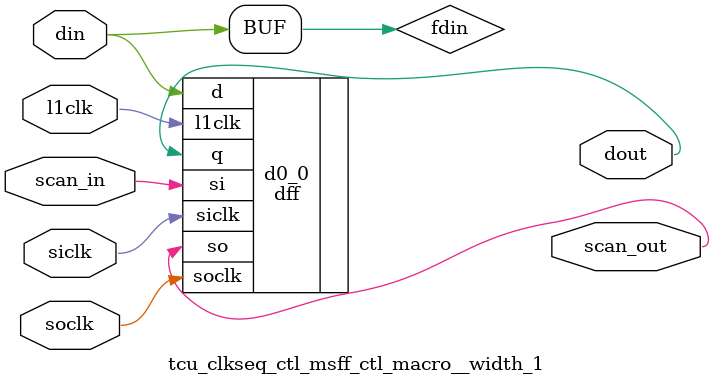
<source format=v>
module tcu_clkseq_ctl (
  tcu_int_se, 
  tcu_int_aclk, 
  tcu_int_bclk, 
  tcu_int_ce, 
  tcu_pce_ov, 
  l2clk, 
  clock_stop_active, 
  debug_reg_hard_stop_domain_1st, 
  hard_stop_via_reg_din, 
  test_mode_gated, 
  io_ac_test_mode, 
  stop_req, 
  cntstart_equal_max, 
  cntstop_equal_max, 
  cntstart, 
  cntstop, 
  scan_in, 
  scan_out, 
  spc0_clk_stop_loop, 
  spc1_clk_stop_loop, 
  spc2_clk_stop_loop, 
  spc3_clk_stop_loop, 
  spc4_clk_stop_loop, 
  spc5_clk_stop_loop, 
  spc6_clk_stop_loop, 
  spc7_clk_stop_loop, 
  bnk0_clk_stop_loop, 
  bnk1_clk_stop_loop, 
  bnk2_clk_stop_loop, 
  bnk3_clk_stop_loop, 
  bnk4_clk_stop_loop, 
  bnk5_clk_stop_loop, 
  bnk6_clk_stop_loop, 
  bnk7_clk_stop_loop, 
  mcu0_clk_stop_loop, 
  mcu1_clk_stop_loop, 
  mcu2_clk_stop_loop, 
  mcu3_clk_stop_loop, 
  soc0_clk_stop_loop, 
  soc1_clk_stop_loop, 
  soc2_clk_stop_loop, 
  soc3_clk_stop_loop, 
  clk_stop_loops_all_on, 
  clk_stop_loops_all_off);
wire l1en;
wire pce_ov;
wire stop;
wire se;
wire siclk;
wire soclk;
wire l1clk;
wire start_with_spc0;
wire start_with_spc1;
wire start_with_spc2;
wire start_with_spc3;
wire start_with_spc4;
wire start_with_spc5;
wire start_with_spc6;
wire start_with_spc7;
wire start_with_bnk0;
wire start_with_bnk1;
wire start_with_bnk2;
wire start_with_bnk3;
wire start_with_bnk4;
wire start_with_bnk5;
wire start_with_bnk6;
wire start_with_bnk7;
wire start_with_mcu0;
wire start_with_mcu1;
wire start_with_mcu2;
wire start_with_mcu3;
wire start_with_soc0;
wire start_with_soc1;
wire start_with_soc2;
wire start_with_soc3;
wire stop_spc0;
wire stop_spc1;
wire stop_spc2;
wire stop_spc3;
wire stop_spc4;
wire stop_spc5;
wire stop_spc6;
wire stop_spc7;
wire stop_bnk0;
wire stop_bnk1;
wire stop_bnk2;
wire stop_bnk3;
wire stop_bnk4;
wire stop_bnk5;
wire stop_bnk6;
wire stop_bnk7;
wire stop_mcu0;
wire stop_mcu1;
wire stop_mcu2;
wire stop_mcu3;
wire stop_soc0;
wire stop_soc1;
wire stop_soc2;
wire stop_soc3;
wire stop_spc0_trigger;
wire stopspc0_din;
wire stopspc0_dout;
wire clkseq_stopspc0_reg_scanin;
wire clkseq_stopspc0_reg_scanout;
wire stopspc0_din_l;
wire stopspc0_dout_l;
wire start_spc0_trigger;
wire startspc0_din;
wire startspc0_dout;
wire clkseq_startspc0_reg_scanin;
wire clkseq_startspc0_reg_scanout;
wire startspc0_din_l;
wire startspc0_dout_l;
wire stop_spc0_delayed;
wire stop_spc1_trigger;
wire stopspc1_din;
wire stopspc1_dout;
wire clkseq_stopspc1_reg_scanin;
wire clkseq_stopspc1_reg_scanout;
wire stopspc1_din_l;
wire stopspc1_dout_l;
wire start_spc1_trigger;
wire startspc1_din;
wire startspc1_dout;
wire clkseq_startspc1_reg_scanin;
wire clkseq_startspc1_reg_scanout;
wire startspc1_din_l;
wire startspc1_dout_l;
wire stop_spc1_delayed;
wire stop_spc2_trigger;
wire stopspc2_din;
wire stopspc2_dout;
wire clkseq_stopspc2_reg_scanin;
wire clkseq_stopspc2_reg_scanout;
wire stopspc2_din_l;
wire stopspc2_dout_l;
wire start_spc2_trigger;
wire startspc2_din;
wire startspc2_dout;
wire clkseq_startspc2_reg_scanin;
wire clkseq_startspc2_reg_scanout;
wire startspc2_din_l;
wire startspc2_dout_l;
wire stop_spc2_delayed;
wire stop_spc3_trigger;
wire stopspc3_din;
wire stopspc3_dout;
wire clkseq_stopspc3_reg_scanin;
wire clkseq_stopspc3_reg_scanout;
wire stopspc3_din_l;
wire stopspc3_dout_l;
wire start_spc3_trigger;
wire startspc3_din;
wire startspc3_dout;
wire clkseq_startspc3_reg_scanin;
wire clkseq_startspc3_reg_scanout;
wire startspc3_din_l;
wire startspc3_dout_l;
wire stop_spc3_delayed;
wire stop_spc4_trigger;
wire stopspc4_din;
wire stopspc4_dout;
wire clkseq_stopspc4_reg_scanin;
wire clkseq_stopspc4_reg_scanout;
wire stopspc4_din_l;
wire stopspc4_dout_l;
wire start_spc4_trigger;
wire startspc4_din;
wire startspc4_dout;
wire clkseq_startspc4_reg_scanin;
wire clkseq_startspc4_reg_scanout;
wire startspc4_din_l;
wire startspc4_dout_l;
wire stop_spc4_delayed;
wire stop_spc5_trigger;
wire stopspc5_din;
wire stopspc5_dout;
wire clkseq_stopspc5_reg_scanin;
wire clkseq_stopspc5_reg_scanout;
wire stopspc5_din_l;
wire stopspc5_dout_l;
wire start_spc5_trigger;
wire startspc5_din;
wire startspc5_dout;
wire clkseq_startspc5_reg_scanin;
wire clkseq_startspc5_reg_scanout;
wire startspc5_din_l;
wire startspc5_dout_l;
wire stop_spc5_delayed;
wire stop_spc6_trigger;
wire stopspc6_din;
wire stopspc6_dout;
wire clkseq_stopspc6_reg_scanin;
wire clkseq_stopspc6_reg_scanout;
wire stopspc6_din_l;
wire stopspc6_dout_l;
wire start_spc6_trigger;
wire startspc6_din;
wire startspc6_dout;
wire clkseq_startspc6_reg_scanin;
wire clkseq_startspc6_reg_scanout;
wire startspc6_din_l;
wire startspc6_dout_l;
wire stop_spc6_delayed;
wire stop_spc7_trigger;
wire stopspc7_din;
wire stopspc7_dout;
wire clkseq_stopspc7_reg_scanin;
wire clkseq_stopspc7_reg_scanout;
wire stopspc7_din_l;
wire stopspc7_dout_l;
wire start_spc7_trigger;
wire startspc7_din;
wire startspc7_dout;
wire clkseq_startspc7_reg_scanin;
wire clkseq_startspc7_reg_scanout;
wire startspc7_din_l;
wire startspc7_dout_l;
wire stop_spc7_delayed;
wire stop_bnk0_trigger;
wire stopbnk0_din;
wire stopbnk0_dout;
wire clkseq_stopbnk0_reg_scanin;
wire clkseq_stopbnk0_reg_scanout;
wire stopbnk0_din_l;
wire stopbnk0_dout_l;
wire start_bnk0_trigger;
wire startbnk0_din;
wire startbnk0_dout;
wire clkseq_startbnk0_reg_scanin;
wire clkseq_startbnk0_reg_scanout;
wire startbnk0_din_l;
wire startbnk0_dout_l;
wire stop_bnk0_delayed;
wire stop_bnk1_trigger;
wire stopbnk1_din;
wire stopbnk1_dout;
wire clkseq_stopbnk1_reg_scanin;
wire clkseq_stopbnk1_reg_scanout;
wire stopbnk1_din_l;
wire stopbnk1_dout_l;
wire start_bnk1_trigger;
wire startbnk1_din;
wire startbnk1_dout;
wire clkseq_startbnk1_reg_scanin;
wire clkseq_startbnk1_reg_scanout;
wire startbnk1_din_l;
wire startbnk1_dout_l;
wire stop_bnk1_delayed;
wire stop_bnk2_trigger;
wire stopbnk2_din;
wire stopbnk2_dout;
wire clkseq_stopbnk2_reg_scanin;
wire clkseq_stopbnk2_reg_scanout;
wire stopbnk2_din_l;
wire stopbnk2_dout_l;
wire start_bnk2_trigger;
wire startbnk2_din;
wire startbnk2_dout;
wire clkseq_startbnk2_reg_scanin;
wire clkseq_startbnk2_reg_scanout;
wire startbnk2_din_l;
wire startbnk2_dout_l;
wire stop_bnk2_delayed;
wire stop_bnk3_trigger;
wire stopbnk3_din;
wire stopbnk3_dout;
wire clkseq_stopbnk3_reg_scanin;
wire clkseq_stopbnk3_reg_scanout;
wire stopbnk3_din_l;
wire stopbnk3_dout_l;
wire start_bnk3_trigger;
wire startbnk3_din;
wire startbnk3_dout;
wire clkseq_startbnk3_reg_scanin;
wire clkseq_startbnk3_reg_scanout;
wire startbnk3_din_l;
wire startbnk3_dout_l;
wire stop_bnk3_delayed;
wire stop_bnk4_trigger;
wire stopbnk4_din;
wire stopbnk4_dout;
wire clkseq_stopbnk4_reg_scanin;
wire clkseq_stopbnk4_reg_scanout;
wire stopbnk4_din_l;
wire stopbnk4_dout_l;
wire start_bnk4_trigger;
wire startbnk4_din;
wire startbnk4_dout;
wire clkseq_startbnk4_reg_scanin;
wire clkseq_startbnk4_reg_scanout;
wire startbnk4_din_l;
wire startbnk4_dout_l;
wire stop_bnk4_delayed;
wire stop_bnk5_trigger;
wire stopbnk5_din;
wire stopbnk5_dout;
wire clkseq_stopbnk5_reg_scanin;
wire clkseq_stopbnk5_reg_scanout;
wire stopbnk5_din_l;
wire stopbnk5_dout_l;
wire start_bnk5_trigger;
wire startbnk5_din;
wire startbnk5_dout;
wire clkseq_startbnk5_reg_scanin;
wire clkseq_startbnk5_reg_scanout;
wire startbnk5_din_l;
wire startbnk5_dout_l;
wire stop_bnk5_delayed;
wire stop_bnk6_trigger;
wire stopbnk6_din;
wire stopbnk6_dout;
wire clkseq_stopbnk6_reg_scanin;
wire clkseq_stopbnk6_reg_scanout;
wire stopbnk6_din_l;
wire stopbnk6_dout_l;
wire start_bnk6_trigger;
wire startbnk6_din;
wire startbnk6_dout;
wire clkseq_startbnk6_reg_scanin;
wire clkseq_startbnk6_reg_scanout;
wire startbnk6_din_l;
wire startbnk6_dout_l;
wire stop_bnk6_delayed;
wire stop_bnk7_trigger;
wire stopbnk7_din;
wire stopbnk7_dout;
wire clkseq_stopbnk7_reg_scanin;
wire clkseq_stopbnk7_reg_scanout;
wire stopbnk7_din_l;
wire stopbnk7_dout_l;
wire start_bnk7_trigger;
wire startbnk7_din;
wire startbnk7_dout;
wire clkseq_startbnk7_reg_scanin;
wire clkseq_startbnk7_reg_scanout;
wire startbnk7_din_l;
wire startbnk7_dout_l;
wire stop_bnk7_delayed;
wire stop_mcu0_trigger;
wire stopmcu0_din;
wire stopmcu0_dout;
wire clkseq_stopmcu0_reg_scanin;
wire clkseq_stopmcu0_reg_scanout;
wire stopmcu0_din_l;
wire stopmcu0_dout_l;
wire start_mcu0_trigger;
wire startmcu0_din;
wire startmcu0_dout;
wire clkseq_startmcu0_reg_scanin;
wire clkseq_startmcu0_reg_scanout;
wire startmcu0_din_l;
wire startmcu0_dout_l;
wire stop_mcu0_delayed;
wire stop_mcu1_trigger;
wire stopmcu1_din;
wire stopmcu1_dout;
wire clkseq_stopmcu1_reg_scanin;
wire clkseq_stopmcu1_reg_scanout;
wire stopmcu1_din_l;
wire stopmcu1_dout_l;
wire start_mcu1_trigger;
wire startmcu1_din;
wire startmcu1_dout;
wire clkseq_startmcu1_reg_scanin;
wire clkseq_startmcu1_reg_scanout;
wire startmcu1_din_l;
wire startmcu1_dout_l;
wire stop_mcu1_delayed;
wire stop_mcu2_trigger;
wire stopmcu2_din;
wire stopmcu2_dout;
wire clkseq_stopmcu2_reg_scanin;
wire clkseq_stopmcu2_reg_scanout;
wire stopmcu2_din_l;
wire stopmcu2_dout_l;
wire start_mcu2_trigger;
wire startmcu2_din;
wire startmcu2_dout;
wire clkseq_startmcu2_reg_scanin;
wire clkseq_startmcu2_reg_scanout;
wire startmcu2_din_l;
wire startmcu2_dout_l;
wire stop_mcu2_delayed;
wire stop_mcu3_trigger;
wire stopmcu3_din;
wire stopmcu3_dout;
wire clkseq_stopmcu3_reg_scanin;
wire clkseq_stopmcu3_reg_scanout;
wire stopmcu3_din_l;
wire stopmcu3_dout_l;
wire start_mcu3_trigger;
wire startmcu3_din;
wire startmcu3_dout;
wire clkseq_startmcu3_reg_scanin;
wire clkseq_startmcu3_reg_scanout;
wire startmcu3_din_l;
wire startmcu3_dout_l;
wire stop_mcu3_delayed;
wire stop_soc0_trigger;
wire stopsoc0_din;
wire stopsoc0_dout;
wire clkseq_stopsoc0_reg_scanin;
wire clkseq_stopsoc0_reg_scanout;
wire stopsoc0_din_l;
wire stopsoc0_dout_l;
wire start_soc0_trigger;
wire startsoc0_din;
wire startsoc0_dout;
wire clkseq_startsoc0_reg_scanin;
wire clkseq_startsoc0_reg_scanout;
wire startsoc0_din_l;
wire startsoc0_dout_l;
wire stop_soc0_delayed;
wire stop_soc1_trigger;
wire stopsoc1_din;
wire stopsoc1_dout;
wire clkseq_stopsoc1_reg_scanin;
wire clkseq_stopsoc1_reg_scanout;
wire stopsoc1_din_l;
wire stopsoc1_dout_l;
wire start_soc1_trigger;
wire startsoc1_din;
wire startsoc1_dout;
wire clkseq_startsoc1_reg_scanin;
wire clkseq_startsoc1_reg_scanout;
wire startsoc1_din_l;
wire startsoc1_dout_l;
wire stop_soc1_delayed;
wire stop_soc2_trigger;
wire stopsoc2_din;
wire stopsoc2_dout;
wire clkseq_stopsoc2_reg_scanin;
wire clkseq_stopsoc2_reg_scanout;
wire stopsoc2_din_l;
wire stopsoc2_dout_l;
wire start_soc2_trigger;
wire startsoc2_din;
wire startsoc2_dout;
wire clkseq_startsoc2_reg_scanin;
wire clkseq_startsoc2_reg_scanout;
wire startsoc2_din_l;
wire startsoc2_dout_l;
wire stop_soc2_delayed;
wire stop_soc3_trigger;
wire stopsoc3_din;
wire stopsoc3_dout;
wire clkseq_stopsoc3_reg_scanin;
wire clkseq_stopsoc3_reg_scanout;
wire stopsoc3_din_l;
wire stopsoc3_dout_l;
wire start_soc3_trigger;
wire startsoc3_din;
wire startsoc3_dout;
wire clkseq_startsoc3_reg_scanin;
wire clkseq_startsoc3_reg_scanout;
wire startsoc3_din_l;
wire startsoc3_dout_l;
wire stop_soc3_delayed;
wire io_test_mode;
wire spc0_clk_stop;
wire spc1_clk_stop;
wire spc2_clk_stop;
wire spc3_clk_stop;
wire spc4_clk_stop;
wire spc5_clk_stop;
wire spc6_clk_stop;
wire spc7_clk_stop;
wire bnk0_clk_stop;
wire bnk1_clk_stop;
wire bnk2_clk_stop;
wire bnk3_clk_stop;
wire bnk4_clk_stop;
wire bnk5_clk_stop;
wire bnk6_clk_stop;
wire bnk7_clk_stop;
wire mcu0_clk_stop;
wire mcu1_clk_stop;
wire mcu2_clk_stop;
wire mcu3_clk_stop;
wire soc0_clk_stop;
wire soc1_clk_stop;
wire soc2_clk_stop;
wire soc3_clk_stop;

    
   //inputs
   input         tcu_int_se;
   input         tcu_int_aclk;
   input 	 tcu_int_bclk;
   input         tcu_int_ce;
   input         tcu_pce_ov;
   input 	 l2clk;
   input 	 clock_stop_active;
   input [23:0]  debug_reg_hard_stop_domain_1st;
   input 	 hard_stop_via_reg_din; 	 
   input 	 test_mode_gated;
   input 	 io_ac_test_mode;
   input 	 stop_req;
   input 	 cntstart_equal_max;
   input 	 cntstop_equal_max;
   input 	 cntstart;
   input 	 cntstop;
   
   //scan
   input 	 scan_in;
   output 	 scan_out;

   //outputs
   output        spc0_clk_stop_loop;
   output        spc1_clk_stop_loop;
   output        spc2_clk_stop_loop;
   output        spc3_clk_stop_loop;
   output        spc4_clk_stop_loop;
   output        spc5_clk_stop_loop;
   output        spc6_clk_stop_loop;
   output        spc7_clk_stop_loop;
   output 	 bnk0_clk_stop_loop;
   output 	 bnk1_clk_stop_loop;
   output 	 bnk2_clk_stop_loop;
   output 	 bnk3_clk_stop_loop;
   output 	 bnk4_clk_stop_loop;
   output 	 bnk5_clk_stop_loop;
   output 	 bnk6_clk_stop_loop;
   output 	 bnk7_clk_stop_loop;
   output 	 mcu0_clk_stop_loop;
   output 	 mcu1_clk_stop_loop;
   output 	 mcu2_clk_stop_loop;
   output 	 mcu3_clk_stop_loop;
   output 	 soc0_clk_stop_loop;
   output 	 soc1_clk_stop_loop;
   output 	 soc2_clk_stop_loop;
   output 	 soc3_clk_stop_loop;
   
   output 	 clk_stop_loops_all_on ;
   output 	 clk_stop_loops_all_off;
   
   // Scan reassigns
   assign 	 l1en   = tcu_int_ce; //1'b1; 
   assign 	 pce_ov = tcu_pce_ov; //1'b1; 
   assign 	 stop   = 1'b0;
   assign 	 se     = tcu_int_se;
   assign 	 siclk  = tcu_int_aclk;
   assign 	 soclk  = tcu_int_bclk; 

   //create clock headers
   tcu_clkseq_ctl_l1clkhdr_ctl_macro clkseq_clkgen 
     (
      .l2clk  (l2clk   ),
      .l1clk  (l1clk   ),
  .l1en(l1en),
  .pce_ov(pce_ov),
  .stop(stop),
  .se(se)
      );
   

   //********************************************************************
   // Clock Stop Sequencer
   //********************************************************************

   // We want to be able to specify the starting point for stopping the clocks
   assign   start_with_spc0 = hard_stop_via_reg_din ? debug_reg_hard_stop_domain_1st[0]:1'b1;
   assign   start_with_spc1 = debug_reg_hard_stop_domain_1st[1];
   assign   start_with_spc2 = debug_reg_hard_stop_domain_1st[2];
   assign   start_with_spc3 = debug_reg_hard_stop_domain_1st[3];
   assign   start_with_spc4 = debug_reg_hard_stop_domain_1st[4];
   assign   start_with_spc5 = debug_reg_hard_stop_domain_1st[5];
   assign   start_with_spc6 = debug_reg_hard_stop_domain_1st[6];
   assign   start_with_spc7 = debug_reg_hard_stop_domain_1st[7];
   assign   start_with_bnk0 = debug_reg_hard_stop_domain_1st[8];
   assign   start_with_bnk1 = debug_reg_hard_stop_domain_1st[9];
   assign   start_with_bnk2 = debug_reg_hard_stop_domain_1st[10];
   assign   start_with_bnk3 = debug_reg_hard_stop_domain_1st[11];
   assign   start_with_bnk4 = debug_reg_hard_stop_domain_1st[12];
   assign   start_with_bnk5 = debug_reg_hard_stop_domain_1st[13];
   assign   start_with_bnk6 = debug_reg_hard_stop_domain_1st[14];
   assign   start_with_bnk7 = debug_reg_hard_stop_domain_1st[15];
   assign   start_with_mcu0 = debug_reg_hard_stop_domain_1st[16];
   assign   start_with_mcu1 = debug_reg_hard_stop_domain_1st[17];
   assign   start_with_mcu2 = debug_reg_hard_stop_domain_1st[18];
   assign   start_with_mcu3 = debug_reg_hard_stop_domain_1st[19];
   assign   start_with_soc0 = debug_reg_hard_stop_domain_1st[20];
   assign   start_with_soc1 = debug_reg_hard_stop_domain_1st[21];
   assign   start_with_soc2 = debug_reg_hard_stop_domain_1st[22];
   assign   start_with_soc3 = debug_reg_hard_stop_domain_1st[23];
   
   assign   stop_spc0 = start_with_spc0 ? stop_req : soc3_clk_stop_loop; 
   assign   stop_spc1 = start_with_spc1 ? stop_req : spc0_clk_stop_loop;
   assign   stop_spc2 = start_with_spc2 ? stop_req : spc1_clk_stop_loop;
   assign   stop_spc3 = start_with_spc3 ? stop_req : spc2_clk_stop_loop; 
   assign   stop_spc4 = start_with_spc4 ? stop_req : spc3_clk_stop_loop; 
   assign   stop_spc5 = start_with_spc5 ? stop_req : spc4_clk_stop_loop; 
   assign   stop_spc6 = start_with_spc6 ? stop_req : spc5_clk_stop_loop; 
   assign   stop_spc7 = start_with_spc7 ? stop_req : spc6_clk_stop_loop; 
   assign   stop_bnk0 = start_with_bnk0 ? stop_req : spc7_clk_stop_loop; 
   assign   stop_bnk1 = start_with_bnk1 ? stop_req : bnk0_clk_stop_loop; 
   assign   stop_bnk2 = start_with_bnk2 ? stop_req : bnk1_clk_stop_loop; 
   assign   stop_bnk3 = start_with_bnk3 ? stop_req : bnk2_clk_stop_loop; 
   assign   stop_bnk4 = start_with_bnk4 ? stop_req : bnk3_clk_stop_loop; 
   assign   stop_bnk5 = start_with_bnk5 ? stop_req : bnk4_clk_stop_loop; 
   assign   stop_bnk6 = start_with_bnk6 ? stop_req : bnk5_clk_stop_loop; 
   assign   stop_bnk7 = start_with_bnk7 ? stop_req : bnk6_clk_stop_loop; 
   assign   stop_mcu0 = start_with_mcu0 ? stop_req : bnk7_clk_stop_loop; 
   assign   stop_mcu1 = start_with_mcu1 ? stop_req : mcu0_clk_stop_loop; 
   assign   stop_mcu2 = start_with_mcu2 ? stop_req : mcu1_clk_stop_loop; 
   assign   stop_mcu3 = start_with_mcu3 ? stop_req : mcu2_clk_stop_loop; 
   assign   stop_soc0 = start_with_soc0 ? stop_req : mcu3_clk_stop_loop; 
   assign   stop_soc1 = start_with_soc1 ? stop_req : soc0_clk_stop_loop; 
   assign   stop_soc2 = start_with_soc2 ? stop_req : soc1_clk_stop_loop; 
   assign   stop_soc3 = start_with_soc3 ? stop_req : soc2_clk_stop_loop; 

   
   //********************************************************************
   // SPC0 - Turn CLOCK STOP ON
   assign   stop_spc0_trigger = stop_spc0 & cntstop_equal_max;
   assign   stopspc0_din      = stop_req & (stop_spc0_trigger | stopspc0_dout);
   tcu_clkseq_ctl_msff_ctl_macro__width_1 clkseq_stopspc0_reg 
   ( 
     .scan_in(clkseq_stopspc0_reg_scanin),
     .scan_out(clkseq_stopspc0_reg_scanout),
     .l1clk    (l1clk),
     .din      (stopspc0_din_l), 
     .dout     (stopspc0_dout_l),
  .siclk(siclk),
  .soclk(soclk)
    );
   // SPC0 - Turn CLOCK STOP OFF
   assign   start_spc0_trigger = ~stop_spc0 & cntstart_equal_max;
   assign   startspc0_din      = ~stop_req & (start_spc0_trigger | startspc0_dout);
   tcu_clkseq_ctl_msff_ctl_macro__width_1 clkseq_startspc0_reg 
   ( 
     .scan_in(clkseq_startspc0_reg_scanin),
     .scan_out(clkseq_startspc0_reg_scanout),
     .l1clk    (l1clk),
     .din      (startspc0_din_l),
     .dout     (startspc0_dout_l),
  .siclk(siclk),
  .soclk(soclk)
    );
   assign   stop_spc0_delayed = (cntstop & stopspc0_dout) | (cntstart & ~startspc0_dout);

   //********************************************************************
   // SPC1 - Turn CLOCK STOP ON
   assign   stop_spc1_trigger = stop_spc1 & cntstop_equal_max;
   assign   stopspc1_din      = stop_req & (stop_spc1_trigger | stopspc1_dout);
   tcu_clkseq_ctl_msff_ctl_macro__width_1 clkseq_stopspc1_reg 
   ( 
     .scan_in(clkseq_stopspc1_reg_scanin),
     .scan_out(clkseq_stopspc1_reg_scanout),
     .l1clk    (l1clk),
     .din      (stopspc1_din_l),
     .dout     (stopspc1_dout_l),
  .siclk(siclk),
  .soclk(soclk)
    );
   // SPC1 - Turn CLOCK STOP OFF
   assign   start_spc1_trigger = ~stop_spc1 & cntstart_equal_max;
   assign   startspc1_din      = ~stop_req & (start_spc1_trigger | startspc1_dout);
   tcu_clkseq_ctl_msff_ctl_macro__width_1 clkseq_startspc1_reg 
   ( 
     .scan_in(clkseq_startspc1_reg_scanin),
     .scan_out(clkseq_startspc1_reg_scanout),
     .l1clk    (l1clk),
     .din      (startspc1_din_l),
     .dout     (startspc1_dout_l),
  .siclk(siclk),
  .soclk(soclk)
    );
   assign   stop_spc1_delayed = (cntstop & stopspc1_dout) | (cntstart & ~startspc1_dout);

   //********************************************************************
   // SPC2 - Turn CLOCK STOP ON
   assign   stop_spc2_trigger = stop_spc2 & cntstop_equal_max;
   assign   stopspc2_din      = stop_req & (stop_spc2_trigger | stopspc2_dout);
   tcu_clkseq_ctl_msff_ctl_macro__width_1 clkseq_stopspc2_reg 
   ( 
     .scan_in(clkseq_stopspc2_reg_scanin),
     .scan_out(clkseq_stopspc2_reg_scanout),
     .l1clk    (l1clk),
     .din      (stopspc2_din_l),
     .dout     (stopspc2_dout_l),
  .siclk(siclk),
  .soclk(soclk)
    );
   // SPC2 - Turn CLOCK STOP OFF
   assign   start_spc2_trigger = ~stop_spc2 & cntstart_equal_max;
   assign   startspc2_din      = ~stop_req & (start_spc2_trigger | startspc2_dout);
   tcu_clkseq_ctl_msff_ctl_macro__width_1 clkseq_startspc2_reg 
   ( 
     .scan_in(clkseq_startspc2_reg_scanin),
     .scan_out(clkseq_startspc2_reg_scanout),
     .l1clk    (l1clk),
     .din      (startspc2_din_l),
     .dout     (startspc2_dout_l),
  .siclk(siclk),
  .soclk(soclk)
    );
   assign   stop_spc2_delayed = (cntstop & stopspc2_dout) | (cntstart & ~startspc2_dout);

   //********************************************************************
   // SPC3 - Turn CLOCK STOP ON
   assign   stop_spc3_trigger = stop_spc3 & cntstop_equal_max;
   assign   stopspc3_din      = stop_req & (stop_spc3_trigger | stopspc3_dout);
   tcu_clkseq_ctl_msff_ctl_macro__width_1 clkseq_stopspc3_reg 
   ( 
     .scan_in(clkseq_stopspc3_reg_scanin),
     .scan_out(clkseq_stopspc3_reg_scanout),
     .l1clk    (l1clk),
     .din      (stopspc3_din_l),
     .dout     (stopspc3_dout_l),
  .siclk(siclk),
  .soclk(soclk)
    );
   // SPC3 - Turn CLOCK STOP OFF
   assign   start_spc3_trigger = ~stop_spc3 & cntstart_equal_max;
   assign   startspc3_din      = ~stop_req & (start_spc3_trigger | startspc3_dout);
   tcu_clkseq_ctl_msff_ctl_macro__width_1 clkseq_startspc3_reg 
   ( 
     .scan_in(clkseq_startspc3_reg_scanin),
     .scan_out(clkseq_startspc3_reg_scanout),
     .l1clk    (l1clk),
     .din      (startspc3_din_l),
     .dout     (startspc3_dout_l),
  .siclk(siclk),
  .soclk(soclk)
    );
   assign   stop_spc3_delayed = (cntstop & stopspc3_dout) | (cntstart & ~startspc3_dout);

   //********************************************************************
   // SPC4 - Turn CLOCK STOP ON
   assign   stop_spc4_trigger = stop_spc4 & cntstop_equal_max;
   assign   stopspc4_din      = stop_req & (stop_spc4_trigger | stopspc4_dout);
   tcu_clkseq_ctl_msff_ctl_macro__width_1 clkseq_stopspc4_reg 
   ( 
     .scan_in(clkseq_stopspc4_reg_scanin),
     .scan_out(clkseq_stopspc4_reg_scanout),
     .l1clk    (l1clk),
     .din      (stopspc4_din_l),
     .dout     (stopspc4_dout_l),
  .siclk(siclk),
  .soclk(soclk)
    );
   // SPC4 - Turn CLOCK STOP OFF
   assign   start_spc4_trigger = ~stop_spc4 & cntstart_equal_max;
   assign   startspc4_din      = ~stop_req & (start_spc4_trigger | startspc4_dout);
   tcu_clkseq_ctl_msff_ctl_macro__width_1 clkseq_startspc4_reg 
   ( 
     .scan_in(clkseq_startspc4_reg_scanin),
     .scan_out(clkseq_startspc4_reg_scanout),
     .l1clk    (l1clk),
     .din      (startspc4_din_l),
     .dout     (startspc4_dout_l),
  .siclk(siclk),
  .soclk(soclk)
    );
   assign   stop_spc4_delayed = (cntstop & stopspc4_dout) | (cntstart & ~startspc4_dout);

   //********************************************************************
   // SPC5 - Turn CLOCK STOP ON
   assign   stop_spc5_trigger = stop_spc5 & cntstop_equal_max;
   assign   stopspc5_din      = stop_req & (stop_spc5_trigger | stopspc5_dout);
   tcu_clkseq_ctl_msff_ctl_macro__width_1 clkseq_stopspc5_reg 
   ( 
     .scan_in(clkseq_stopspc5_reg_scanin),
     .scan_out(clkseq_stopspc5_reg_scanout),
     .l1clk    (l1clk),
     .din      (stopspc5_din_l),
     .dout     (stopspc5_dout_l),
  .siclk(siclk),
  .soclk(soclk)
    );
   // SPC5 - Turn CLOCK STOP OFF
   assign   start_spc5_trigger = ~stop_spc5 & cntstart_equal_max;
   assign   startspc5_din      = ~stop_req & (start_spc5_trigger | startspc5_dout);
   tcu_clkseq_ctl_msff_ctl_macro__width_1 clkseq_startspc5_reg 
   ( 
     .scan_in(clkseq_startspc5_reg_scanin),
     .scan_out(clkseq_startspc5_reg_scanout),
     .l1clk    (l1clk),
     .din      (startspc5_din_l),
     .dout     (startspc5_dout_l),
  .siclk(siclk),
  .soclk(soclk)
    );
   assign   stop_spc5_delayed = (cntstop & stopspc5_dout) | (cntstart & ~startspc5_dout);

   //********************************************************************
   // SPC6 - Turn CLOCK STOP ON
   assign   stop_spc6_trigger = stop_spc6 & cntstop_equal_max;
   assign   stopspc6_din      = stop_req & (stop_spc6_trigger | stopspc6_dout);
   tcu_clkseq_ctl_msff_ctl_macro__width_1 clkseq_stopspc6_reg 
   ( 
     .scan_in(clkseq_stopspc6_reg_scanin),
     .scan_out(clkseq_stopspc6_reg_scanout),
     .l1clk    (l1clk),
     .din      (stopspc6_din_l),
     .dout     (stopspc6_dout_l),
  .siclk(siclk),
  .soclk(soclk)
    );
   // SPC6 - Turn CLOCK STOP OFF
   assign   start_spc6_trigger = ~stop_spc6 & cntstart_equal_max;
   assign   startspc6_din      = ~stop_req & (start_spc6_trigger | startspc6_dout);
   tcu_clkseq_ctl_msff_ctl_macro__width_1 clkseq_startspc6_reg 
   ( 
     .scan_in(clkseq_startspc6_reg_scanin),
     .scan_out(clkseq_startspc6_reg_scanout),
     .l1clk    (l1clk),
     .din      (startspc6_din_l),
     .dout     (startspc6_dout_l),
  .siclk(siclk),
  .soclk(soclk)
    );
   assign   stop_spc6_delayed = (cntstop & stopspc6_dout) | (cntstart & ~startspc6_dout);

   //********************************************************************
   // SPC7 - Turn CLOCK STOP ON
   assign   stop_spc7_trigger = stop_spc7 & cntstop_equal_max;
   assign   stopspc7_din      = stop_req & (stop_spc7_trigger | stopspc7_dout);
   tcu_clkseq_ctl_msff_ctl_macro__width_1 clkseq_stopspc7_reg 
   ( 
     .scan_in(clkseq_stopspc7_reg_scanin),
     .scan_out(clkseq_stopspc7_reg_scanout),
     .l1clk    (l1clk),
     .din      (stopspc7_din_l),
     .dout     (stopspc7_dout_l),
  .siclk(siclk),
  .soclk(soclk)
    );
   // SPC7 - Turn CLOCK STOP OFF
   assign   start_spc7_trigger = ~stop_spc7 & cntstart_equal_max;
   assign   startspc7_din      = ~stop_req & (start_spc7_trigger | startspc7_dout);
   tcu_clkseq_ctl_msff_ctl_macro__width_1 clkseq_startspc7_reg 
   ( 
     .scan_in(clkseq_startspc7_reg_scanin),
     .scan_out(clkseq_startspc7_reg_scanout),
     .l1clk    (l1clk),
     .din      (startspc7_din_l),
     .dout     (startspc7_dout_l),
  .siclk(siclk),
  .soclk(soclk)
    );
   assign   stop_spc7_delayed = (cntstop & stopspc7_dout) | (cntstart & ~startspc7_dout);

   //********************************************************************
   // BNK0 - Turn CLOCK STOP ON
   assign   stop_bnk0_trigger = stop_bnk0 & cntstop_equal_max;
   assign   stopbnk0_din      = stop_req & (stop_bnk0_trigger | stopbnk0_dout);
   tcu_clkseq_ctl_msff_ctl_macro__width_1 clkseq_stopbnk0_reg 
   ( 
     .scan_in(clkseq_stopbnk0_reg_scanin),
     .scan_out(clkseq_stopbnk0_reg_scanout),
     .l1clk    (l1clk),
     .din      (stopbnk0_din_l),
     .dout     (stopbnk0_dout_l),
  .siclk(siclk),
  .soclk(soclk)
    );
   // BNK0 - Turn CLOCK STOP OFF
   assign   start_bnk0_trigger = ~stop_bnk0 & cntstart_equal_max;
   assign   startbnk0_din      = ~stop_req & (start_bnk0_trigger | startbnk0_dout);
   tcu_clkseq_ctl_msff_ctl_macro__width_1 clkseq_startbnk0_reg 
   ( 
     .scan_in(clkseq_startbnk0_reg_scanin),
     .scan_out(clkseq_startbnk0_reg_scanout),
     .l1clk    (l1clk),
     .din      (startbnk0_din_l),
     .dout     (startbnk0_dout_l),
  .siclk(siclk),
  .soclk(soclk)
    );
   assign   stop_bnk0_delayed = (cntstop & stopbnk0_dout) | (cntstart & ~startbnk0_dout);

   //********************************************************************
   // BNK1 - Turn CLOCK STOP ON
   assign   stop_bnk1_trigger = stop_bnk1 & cntstop_equal_max;
   assign   stopbnk1_din      = stop_req & (stop_bnk1_trigger | stopbnk1_dout);
   tcu_clkseq_ctl_msff_ctl_macro__width_1 clkseq_stopbnk1_reg 
   ( 
     .scan_in(clkseq_stopbnk1_reg_scanin),
     .scan_out(clkseq_stopbnk1_reg_scanout),
     .l1clk    (l1clk),
     .din      (stopbnk1_din_l),
     .dout     (stopbnk1_dout_l),
  .siclk(siclk),
  .soclk(soclk)
    );
   // BNK1 - Turn CLOCK STOP OFF
   assign   start_bnk1_trigger = ~stop_bnk1 & cntstart_equal_max;
   assign   startbnk1_din      = ~stop_req & (start_bnk1_trigger | startbnk1_dout);
   tcu_clkseq_ctl_msff_ctl_macro__width_1 clkseq_startbnk1_reg 
   ( 
     .scan_in(clkseq_startbnk1_reg_scanin),
     .scan_out(clkseq_startbnk1_reg_scanout),
     .l1clk    (l1clk),
     .din      (startbnk1_din_l),
     .dout     (startbnk1_dout_l),
  .siclk(siclk),
  .soclk(soclk)
    );
   assign   stop_bnk1_delayed = (cntstop & stopbnk1_dout) | (cntstart & ~startbnk1_dout);

   //********************************************************************
   // BNK2 - Turn CLOCK STOP ON
   assign   stop_bnk2_trigger = stop_bnk2 & cntstop_equal_max;
   assign   stopbnk2_din      = stop_req & (stop_bnk2_trigger | stopbnk2_dout);
   tcu_clkseq_ctl_msff_ctl_macro__width_1 clkseq_stopbnk2_reg 
   ( 
     .scan_in(clkseq_stopbnk2_reg_scanin),
     .scan_out(clkseq_stopbnk2_reg_scanout),
     .l1clk    (l1clk),
     .din      (stopbnk2_din_l),
     .dout     (stopbnk2_dout_l),
  .siclk(siclk),
  .soclk(soclk)
    );
   // BNK2 - Turn CLOCK STOP OFF
   assign   start_bnk2_trigger = ~stop_bnk2 & cntstart_equal_max;
   assign   startbnk2_din      = ~stop_req & (start_bnk2_trigger | startbnk2_dout);
   tcu_clkseq_ctl_msff_ctl_macro__width_1 clkseq_startbnk2_reg 
   ( 
     .scan_in(clkseq_startbnk2_reg_scanin),
     .scan_out(clkseq_startbnk2_reg_scanout),
     .l1clk    (l1clk),
     .din      (startbnk2_din_l),
     .dout     (startbnk2_dout_l),
  .siclk(siclk),
  .soclk(soclk)
    );
   assign   stop_bnk2_delayed = (cntstop & stopbnk2_dout) | (cntstart & ~startbnk2_dout);

   //********************************************************************
   // BNK3 - Turn CLOCK STOP ON
   assign   stop_bnk3_trigger = stop_bnk3 & cntstop_equal_max;
   assign   stopbnk3_din      = stop_req & (stop_bnk3_trigger | stopbnk3_dout);
   tcu_clkseq_ctl_msff_ctl_macro__width_1 clkseq_stopbnk3_reg 
   ( 
     .scan_in(clkseq_stopbnk3_reg_scanin),
     .scan_out(clkseq_stopbnk3_reg_scanout),
     .l1clk    (l1clk),
     .din      (stopbnk3_din_l),
     .dout     (stopbnk3_dout_l),
  .siclk(siclk),
  .soclk(soclk)
    );
   // BNK3 - Turn CLOCK STOP OFF
   assign   start_bnk3_trigger = ~stop_bnk3 & cntstart_equal_max;
   assign   startbnk3_din      = ~stop_req & (start_bnk3_trigger | startbnk3_dout);
   tcu_clkseq_ctl_msff_ctl_macro__width_1 clkseq_startbnk3_reg 
   ( 
     .scan_in(clkseq_startbnk3_reg_scanin),
     .scan_out(clkseq_startbnk3_reg_scanout),
     .l1clk    (l1clk),
     .din      (startbnk3_din_l),
     .dout     (startbnk3_dout_l),
  .siclk(siclk),
  .soclk(soclk)
    );
   assign   stop_bnk3_delayed = (cntstop & stopbnk3_dout) | (cntstart & ~startbnk3_dout);

   //********************************************************************
   // BNK4 - Turn CLOCK STOP ON
   assign   stop_bnk4_trigger = stop_bnk4 & cntstop_equal_max;
   assign   stopbnk4_din      = stop_req & (stop_bnk4_trigger | stopbnk4_dout);
   tcu_clkseq_ctl_msff_ctl_macro__width_1 clkseq_stopbnk4_reg 
   ( 
     .scan_in(clkseq_stopbnk4_reg_scanin),
     .scan_out(clkseq_stopbnk4_reg_scanout),
     .l1clk    (l1clk),
     .din      (stopbnk4_din_l),
     .dout     (stopbnk4_dout_l),
  .siclk(siclk),
  .soclk(soclk)
    );
   // BNK4 - Turn CLOCK STOP OFF
   assign   start_bnk4_trigger = ~stop_bnk4 & cntstart_equal_max;
   assign   startbnk4_din      = ~stop_req & (start_bnk4_trigger | startbnk4_dout);
   tcu_clkseq_ctl_msff_ctl_macro__width_1 clkseq_startbnk4_reg 
   ( 
     .scan_in(clkseq_startbnk4_reg_scanin),
     .scan_out(clkseq_startbnk4_reg_scanout),
     .l1clk    (l1clk),
     .din      (startbnk4_din_l),
     .dout     (startbnk4_dout_l),
  .siclk(siclk),
  .soclk(soclk)
    );
   assign   stop_bnk4_delayed = (cntstop & stopbnk4_dout) | (cntstart & ~startbnk4_dout);

   //********************************************************************
   // BNK5 - Turn CLOCK STOP ON
   assign   stop_bnk5_trigger = stop_bnk5 & cntstop_equal_max;
   assign   stopbnk5_din      = stop_req & (stop_bnk5_trigger | stopbnk5_dout);
   tcu_clkseq_ctl_msff_ctl_macro__width_1 clkseq_stopbnk5_reg 
   ( 
     .scan_in(clkseq_stopbnk5_reg_scanin),
     .scan_out(clkseq_stopbnk5_reg_scanout),
     .l1clk    (l1clk),
     .din      (stopbnk5_din_l),
     .dout     (stopbnk5_dout_l),
  .siclk(siclk),
  .soclk(soclk)
    );
   // BNK5 - Turn CLOCK STOP OFF
   assign   start_bnk5_trigger = ~stop_bnk5 & cntstart_equal_max;
   assign   startbnk5_din      = ~stop_req & (start_bnk5_trigger | startbnk5_dout);
   tcu_clkseq_ctl_msff_ctl_macro__width_1 clkseq_startbnk5_reg 
   ( 
     .scan_in(clkseq_startbnk5_reg_scanin),
     .scan_out(clkseq_startbnk5_reg_scanout),
     .l1clk    (l1clk),
     .din      (startbnk5_din_l),
     .dout     (startbnk5_dout_l),
  .siclk(siclk),
  .soclk(soclk)
    );
   assign   stop_bnk5_delayed = (cntstop & stopbnk5_dout) | (cntstart & ~startbnk5_dout);

   //********************************************************************
   // BNK6 - Turn CLOCK STOP ON
   assign   stop_bnk6_trigger = stop_bnk6 & cntstop_equal_max;
   assign   stopbnk6_din      = stop_req & (stop_bnk6_trigger | stopbnk6_dout);
   tcu_clkseq_ctl_msff_ctl_macro__width_1 clkseq_stopbnk6_reg 
   ( 
     .scan_in(clkseq_stopbnk6_reg_scanin),
     .scan_out(clkseq_stopbnk6_reg_scanout),
     .l1clk    (l1clk),
     .din      (stopbnk6_din_l),
     .dout     (stopbnk6_dout_l),
  .siclk(siclk),
  .soclk(soclk)
    );
   // BNK6 - Turn CLOCK STOP OFF
   assign   start_bnk6_trigger = ~stop_bnk6 & cntstart_equal_max;
   assign   startbnk6_din      = ~stop_req & (start_bnk6_trigger | startbnk6_dout);
   tcu_clkseq_ctl_msff_ctl_macro__width_1 clkseq_startbnk6_reg 
   ( 
     .scan_in(clkseq_startbnk6_reg_scanin),
     .scan_out(clkseq_startbnk6_reg_scanout),
     .l1clk    (l1clk),
     .din      (startbnk6_din_l),
     .dout     (startbnk6_dout_l),
  .siclk(siclk),
  .soclk(soclk)
    );
   assign   stop_bnk6_delayed = (cntstop & stopbnk6_dout) | (cntstart & ~startbnk6_dout);

   //********************************************************************
   // BNK7 - Turn CLOCK STOP ON
   assign   stop_bnk7_trigger = stop_bnk7 & cntstop_equal_max;
   assign   stopbnk7_din      = stop_req & (stop_bnk7_trigger | stopbnk7_dout);
   tcu_clkseq_ctl_msff_ctl_macro__width_1 clkseq_stopbnk7_reg 
   ( 
     .scan_in(clkseq_stopbnk7_reg_scanin),
     .scan_out(clkseq_stopbnk7_reg_scanout),
     .l1clk    (l1clk),
     .din      (stopbnk7_din_l),
     .dout     (stopbnk7_dout_l),
  .siclk(siclk),
  .soclk(soclk)
    );
   // BNK7 - Turn CLOCK STOP OFF
   assign   start_bnk7_trigger = ~stop_bnk7 & cntstart_equal_max;
   assign   startbnk7_din      = ~stop_req & (start_bnk7_trigger | startbnk7_dout);
   tcu_clkseq_ctl_msff_ctl_macro__width_1 clkseq_startbnk7_reg 
   ( 
     .scan_in(clkseq_startbnk7_reg_scanin),
     .scan_out(clkseq_startbnk7_reg_scanout),
     .l1clk    (l1clk),
     .din      (startbnk7_din_l),
     .dout     (startbnk7_dout_l),
  .siclk(siclk),
  .soclk(soclk)
    );
   assign   stop_bnk7_delayed = (cntstop & stopbnk7_dout) | (cntstart & ~startbnk7_dout);

   //********************************************************************
   // MCU0 - Turn CLOCK STOP ON
   assign   stop_mcu0_trigger = stop_mcu0 & cntstop_equal_max;
   assign   stopmcu0_din      = stop_req & (stop_mcu0_trigger | stopmcu0_dout);
   tcu_clkseq_ctl_msff_ctl_macro__width_1 clkseq_stopmcu0_reg 
   ( 
     .scan_in(clkseq_stopmcu0_reg_scanin),
     .scan_out(clkseq_stopmcu0_reg_scanout),
     .l1clk    (l1clk),
     .din      (stopmcu0_din_l),
     .dout     (stopmcu0_dout_l),
  .siclk(siclk),
  .soclk(soclk)
    );
   // MCU0 - Turn CLOCK STOP OFF
   assign   start_mcu0_trigger = ~stop_mcu0 & cntstart_equal_max;
   assign   startmcu0_din      = ~stop_req & (start_mcu0_trigger | startmcu0_dout);
   tcu_clkseq_ctl_msff_ctl_macro__width_1 clkseq_startmcu0_reg 
   ( 
     .scan_in(clkseq_startmcu0_reg_scanin),
     .scan_out(clkseq_startmcu0_reg_scanout),
     .l1clk    (l1clk),
     .din      (startmcu0_din_l),
     .dout     (startmcu0_dout_l),
  .siclk(siclk),
  .soclk(soclk)
    );
   assign   stop_mcu0_delayed = (cntstop & stopmcu0_dout) | (cntstart & ~startmcu0_dout);
  
   //********************************************************************
   // MCU1 - Turn CLOCK STOP ON
   assign   stop_mcu1_trigger = stop_mcu1 & cntstop_equal_max;
   assign   stopmcu1_din      = stop_req & (stop_mcu1_trigger | stopmcu1_dout);
   tcu_clkseq_ctl_msff_ctl_macro__width_1 clkseq_stopmcu1_reg 
   ( 
     .scan_in(clkseq_stopmcu1_reg_scanin),
     .scan_out(clkseq_stopmcu1_reg_scanout),
     .l1clk    (l1clk),
     .din      (stopmcu1_din_l),
     .dout     (stopmcu1_dout_l),
  .siclk(siclk),
  .soclk(soclk)
    );
   // MCU1 - Turn CLOCK STOP OFF
   assign   start_mcu1_trigger = ~stop_mcu1 & cntstart_equal_max;
   assign   startmcu1_din      = ~stop_req & (start_mcu1_trigger | startmcu1_dout);
   tcu_clkseq_ctl_msff_ctl_macro__width_1 clkseq_startmcu1_reg 
   ( 
     .scan_in(clkseq_startmcu1_reg_scanin),
     .scan_out(clkseq_startmcu1_reg_scanout),
     .l1clk    (l1clk),
     .din      (startmcu1_din_l),
     .dout     (startmcu1_dout_l),
  .siclk(siclk),
  .soclk(soclk)
    );
   assign   stop_mcu1_delayed = (cntstop & stopmcu1_dout) | (cntstart & ~startmcu1_dout);
  
   //********************************************************************
   // MCU2 - Turn CLOCK STOP ON
   assign   stop_mcu2_trigger = stop_mcu2 & cntstop_equal_max;
   assign   stopmcu2_din      = stop_req & (stop_mcu2_trigger | stopmcu2_dout);
   tcu_clkseq_ctl_msff_ctl_macro__width_1 clkseq_stopmcu2_reg 
   ( 
     .scan_in(clkseq_stopmcu2_reg_scanin),
     .scan_out(clkseq_stopmcu2_reg_scanout),
     .l1clk    (l1clk),
     .din      (stopmcu2_din_l),
     .dout     (stopmcu2_dout_l),
  .siclk(siclk),
  .soclk(soclk)
    );
   // MCU2 - Turn CLOCK STOP OFF
   assign   start_mcu2_trigger = ~stop_mcu2 & cntstart_equal_max;
   assign   startmcu2_din      = ~stop_req & (start_mcu2_trigger | startmcu2_dout);
   tcu_clkseq_ctl_msff_ctl_macro__width_1 clkseq_startmcu2_reg 
   ( 
     .scan_in(clkseq_startmcu2_reg_scanin),
     .scan_out(clkseq_startmcu2_reg_scanout),
     .l1clk    (l1clk),
     .din      (startmcu2_din_l),
     .dout     (startmcu2_dout_l),
  .siclk(siclk),
  .soclk(soclk)
    );
   assign   stop_mcu2_delayed = (cntstop & stopmcu2_dout) | (cntstart & ~startmcu2_dout);
  
   //********************************************************************
   // MCU3 - Turn CLOCK STOP ON
   assign   stop_mcu3_trigger = stop_mcu3 & cntstop_equal_max;
   assign   stopmcu3_din      = stop_req & (stop_mcu3_trigger | stopmcu3_dout);
   tcu_clkseq_ctl_msff_ctl_macro__width_1 clkseq_stopmcu3_reg 
   ( 
     .scan_in(clkseq_stopmcu3_reg_scanin),
     .scan_out(clkseq_stopmcu3_reg_scanout),
     .l1clk    (l1clk),
     .din      (stopmcu3_din_l),
     .dout     (stopmcu3_dout_l),
  .siclk(siclk),
  .soclk(soclk)
    );
   // MCU3 - Turn CLOCK STOP OFF
   assign   start_mcu3_trigger = ~stop_mcu3 & cntstart_equal_max;
   assign   startmcu3_din      = ~stop_req & (start_mcu3_trigger | startmcu3_dout);
   tcu_clkseq_ctl_msff_ctl_macro__width_1 clkseq_startmcu3_reg 
   ( 
     .scan_in(clkseq_startmcu3_reg_scanin),
     .scan_out(clkseq_startmcu3_reg_scanout),
     .l1clk    (l1clk),
     .din      (startmcu3_din_l),
     .dout     (startmcu3_dout_l),
  .siclk(siclk),
  .soclk(soclk)
    );
   assign   stop_mcu3_delayed = (cntstop & stopmcu3_dout) | (cntstart & ~startmcu3_dout);
  
   //********************************************************************
   // SOC0 - Turn CLOCK STOP ON
   assign   stop_soc0_trigger = stop_soc0 & cntstop_equal_max;
   assign   stopsoc0_din      = stop_req & (stop_soc0_trigger | stopsoc0_dout);
   tcu_clkseq_ctl_msff_ctl_macro__width_1 clkseq_stopsoc0_reg 
   ( 
     .scan_in(clkseq_stopsoc0_reg_scanin),
     .scan_out(clkseq_stopsoc0_reg_scanout),
     .l1clk    (l1clk),
     .din      (stopsoc0_din_l),
     .dout     (stopsoc0_dout_l),
  .siclk(siclk),
  .soclk(soclk)
    );
   // SOC0 - Turn CLOCK STOP OFF
   assign   start_soc0_trigger = ~stop_soc0 & cntstart_equal_max;
   assign   startsoc0_din      = ~stop_req & (start_soc0_trigger | startsoc0_dout);
   tcu_clkseq_ctl_msff_ctl_macro__width_1 clkseq_startsoc0_reg 
   ( 
     .scan_in(clkseq_startsoc0_reg_scanin),
     .scan_out(clkseq_startsoc0_reg_scanout),
     .l1clk    (l1clk),
     .din      (startsoc0_din_l),
     .dout     (startsoc0_dout_l),
  .siclk(siclk),
  .soclk(soclk)
    );
   assign   stop_soc0_delayed = (cntstop & stopsoc0_dout) | (cntstart & ~startsoc0_dout);
  
   //********************************************************************
   // SOC1 - Turn CLOCK STOP ON
   assign   stop_soc1_trigger = stop_soc1 & cntstop_equal_max;
   assign   stopsoc1_din      = stop_req & (stop_soc1_trigger | stopsoc1_dout);
   tcu_clkseq_ctl_msff_ctl_macro__width_1 clkseq_stopsoc1_reg 
   ( 
     .scan_in(clkseq_stopsoc1_reg_scanin),
     .scan_out(clkseq_stopsoc1_reg_scanout),
     .l1clk    (l1clk),
     .din      (stopsoc1_din_l),
     .dout     (stopsoc1_dout_l),
  .siclk(siclk),
  .soclk(soclk)
    );
   // SOC1 - Turn CLOCK STOP OFF
   assign   start_soc1_trigger = ~stop_soc1 & cntstart_equal_max;
   assign   startsoc1_din      = ~stop_req & (start_soc1_trigger | startsoc1_dout);
   tcu_clkseq_ctl_msff_ctl_macro__width_1 clkseq_startsoc1_reg 
   ( 
     .scan_in(clkseq_startsoc1_reg_scanin),
     .scan_out(clkseq_startsoc1_reg_scanout),
     .l1clk    (l1clk),
     .din      (startsoc1_din_l),
     .dout     (startsoc1_dout_l),
  .siclk(siclk),
  .soclk(soclk)
    );
   assign   stop_soc1_delayed = (cntstop & stopsoc1_dout) | (cntstart & ~startsoc1_dout);
  
   //********************************************************************
   // SOC2 - Turn CLOCK STOP ON
   assign   stop_soc2_trigger = stop_soc2 & cntstop_equal_max;
   assign   stopsoc2_din      = stop_req & (stop_soc2_trigger | stopsoc2_dout);
   tcu_clkseq_ctl_msff_ctl_macro__width_1 clkseq_stopsoc2_reg 
   ( 
     .scan_in(clkseq_stopsoc2_reg_scanin),
     .scan_out(clkseq_stopsoc2_reg_scanout),
     .l1clk    (l1clk),
     .din      (stopsoc2_din_l),
     .dout     (stopsoc2_dout_l),
  .siclk(siclk),
  .soclk(soclk)
    );
   // SOC2 - Turn CLOCK STOP OFF
   assign   start_soc2_trigger = ~stop_soc2 & cntstart_equal_max;
   assign   startsoc2_din      = ~stop_req & (start_soc2_trigger | startsoc2_dout);
   tcu_clkseq_ctl_msff_ctl_macro__width_1 clkseq_startsoc2_reg 
   ( 
     .scan_in(clkseq_startsoc2_reg_scanin),
     .scan_out(clkseq_startsoc2_reg_scanout),
     .l1clk    (l1clk),
     .din      (startsoc2_din_l),
     .dout     (startsoc2_dout_l),
  .siclk(siclk),
  .soclk(soclk)
    );
   assign   stop_soc2_delayed = (cntstop & stopsoc2_dout) | (cntstart & ~startsoc2_dout);
  
   //********************************************************************
   // SOC3 - Turn CLOCK STOP ON
   assign   stop_soc3_trigger = stop_soc3 & cntstop_equal_max;
   assign   stopsoc3_din      = stop_req & (stop_soc3_trigger | stopsoc3_dout);
   tcu_clkseq_ctl_msff_ctl_macro__width_1 clkseq_stopsoc3_reg 
   ( 
     .scan_in(clkseq_stopsoc3_reg_scanin),
     .scan_out(clkseq_stopsoc3_reg_scanout),
     .l1clk    (l1clk),
     .din      (stopsoc3_din_l),
     .dout     (stopsoc3_dout_l),
  .siclk(siclk),
  .soclk(soclk)
    );
   // SOC3 - Turn CLOCK STOP OFF
   assign   start_soc3_trigger = ~stop_soc3 & cntstart_equal_max;
   assign   startsoc3_din      = ~stop_req & (start_soc3_trigger | startsoc3_dout);
   tcu_clkseq_ctl_msff_ctl_macro__width_1 clkseq_startsoc3_reg 
   ( 
     .scan_in(clkseq_startsoc3_reg_scanin),
     .scan_out(clkseq_startsoc3_reg_scanout),
     .l1clk    (l1clk),
     .din      (startsoc3_din_l),
     .dout     (startsoc3_dout_l),
  .siclk(siclk),
  .soclk(soclk)
    );
   assign   stop_soc3_delayed = (cntstop & stopsoc3_dout) | (cntstart & ~startsoc3_dout);
   
   //********************************************************************
   // Generation of clock stops before synchronizing them 
   //********************************************************************
   assign   io_test_mode       = test_mode_gated;

   assign   spc0_clk_stop_loop = io_test_mode ? io_ac_test_mode : spc0_clk_stop;
   assign   spc0_clk_stop      = clock_stop_active & stop_spc0_delayed;
   
   assign   spc1_clk_stop_loop = io_test_mode ? io_ac_test_mode : spc1_clk_stop;
   assign   spc1_clk_stop      = clock_stop_active & stop_spc1_delayed;

   assign   spc2_clk_stop_loop = io_test_mode ? io_ac_test_mode : spc2_clk_stop;
   assign   spc2_clk_stop      = clock_stop_active & stop_spc2_delayed;

   assign   spc3_clk_stop_loop = io_test_mode ? io_ac_test_mode : spc3_clk_stop;
   assign   spc3_clk_stop      = clock_stop_active & stop_spc3_delayed;

   assign   spc4_clk_stop_loop = io_test_mode ? io_ac_test_mode : spc4_clk_stop;
   assign   spc4_clk_stop      = clock_stop_active & stop_spc4_delayed;

   assign   spc5_clk_stop_loop = io_test_mode ? io_ac_test_mode : spc5_clk_stop;
   assign   spc5_clk_stop      = clock_stop_active & stop_spc5_delayed;

   assign   spc6_clk_stop_loop = io_test_mode ? io_ac_test_mode : spc6_clk_stop;
   assign   spc6_clk_stop      = clock_stop_active & stop_spc6_delayed;

   assign   spc7_clk_stop_loop = io_test_mode ? io_ac_test_mode : spc7_clk_stop;
   assign   spc7_clk_stop      = clock_stop_active & stop_spc7_delayed;

   assign   bnk0_clk_stop_loop = io_test_mode ? io_ac_test_mode : bnk0_clk_stop;
   assign   bnk0_clk_stop      = clock_stop_active & stop_bnk0_delayed;

   assign   bnk1_clk_stop_loop = io_test_mode ? io_ac_test_mode : bnk1_clk_stop;
   assign   bnk1_clk_stop      = clock_stop_active & stop_bnk1_delayed;
   
   assign   bnk2_clk_stop_loop = io_test_mode ? io_ac_test_mode : bnk2_clk_stop;
   assign   bnk2_clk_stop      = clock_stop_active & stop_bnk2_delayed;
   
   assign   bnk3_clk_stop_loop = io_test_mode ? io_ac_test_mode : bnk3_clk_stop;
   assign   bnk3_clk_stop      = clock_stop_active & stop_bnk3_delayed;
   
   assign   bnk4_clk_stop_loop = io_test_mode ? io_ac_test_mode : bnk4_clk_stop;
   assign   bnk4_clk_stop      = clock_stop_active & stop_bnk4_delayed;
   
   assign   bnk5_clk_stop_loop = io_test_mode ? io_ac_test_mode : bnk5_clk_stop;
   assign   bnk5_clk_stop      = clock_stop_active & stop_bnk5_delayed;
   
   assign   bnk6_clk_stop_loop = io_test_mode ? io_ac_test_mode : bnk6_clk_stop;
   assign   bnk6_clk_stop      = clock_stop_active & stop_bnk6_delayed;
   
   assign   bnk7_clk_stop_loop = io_test_mode ? io_ac_test_mode : bnk7_clk_stop;
   assign   bnk7_clk_stop      = clock_stop_active & stop_bnk7_delayed;

   assign   mcu0_clk_stop_loop = io_test_mode ? io_ac_test_mode : mcu0_clk_stop;
   assign   mcu0_clk_stop      = clock_stop_active & stop_mcu0_delayed;

   assign   mcu1_clk_stop_loop = io_test_mode ? io_ac_test_mode : mcu1_clk_stop;
   assign   mcu1_clk_stop      = clock_stop_active & stop_mcu1_delayed;

   assign   mcu2_clk_stop_loop = io_test_mode ? io_ac_test_mode : mcu2_clk_stop;
   assign   mcu2_clk_stop      = clock_stop_active & stop_mcu2_delayed;

   assign   mcu3_clk_stop_loop = io_test_mode ? io_ac_test_mode : mcu3_clk_stop;
   assign   mcu3_clk_stop      = clock_stop_active & stop_mcu3_delayed;

   assign   soc0_clk_stop_loop = io_test_mode ? io_ac_test_mode : soc0_clk_stop;
   assign   soc0_clk_stop      = clock_stop_active & stop_soc0_delayed;

   assign   soc1_clk_stop_loop = io_test_mode ? io_ac_test_mode : soc1_clk_stop;
   assign   soc1_clk_stop      = clock_stop_active & stop_soc1_delayed;
   
   assign   soc2_clk_stop_loop = io_test_mode ? io_ac_test_mode : soc2_clk_stop;
   assign   soc2_clk_stop      = clock_stop_active & stop_soc2_delayed;
   
   assign   soc3_clk_stop_loop = io_test_mode ? io_ac_test_mode : soc3_clk_stop;
   assign   soc3_clk_stop      = clock_stop_active & stop_soc3_delayed;
   
   assign clk_stop_loops_all_off = ~(spc0_clk_stop_loop | spc1_clk_stop_loop
  	                           | spc2_clk_stop_loop | spc3_clk_stop_loop
  	                           | spc4_clk_stop_loop | spc5_clk_stop_loop
  	                           | spc6_clk_stop_loop | spc7_clk_stop_loop
				   | bnk0_clk_stop_loop | bnk1_clk_stop_loop
				   | bnk2_clk_stop_loop | bnk3_clk_stop_loop
				   | bnk4_clk_stop_loop | bnk5_clk_stop_loop
				   | bnk6_clk_stop_loop | bnk7_clk_stop_loop
				   | mcu0_clk_stop_loop | mcu1_clk_stop_loop
				   | mcu2_clk_stop_loop | mcu3_clk_stop_loop
  	                           | soc0_clk_stop_loop | soc1_clk_stop_loop
  	                           | soc2_clk_stop_loop | soc3_clk_stop_loop);
   
   assign clk_stop_loops_all_on  = ( spc0_clk_stop_loop & spc1_clk_stop_loop
  	                           & spc2_clk_stop_loop & spc3_clk_stop_loop
  	                           & spc4_clk_stop_loop & spc5_clk_stop_loop
  	                           & spc6_clk_stop_loop & spc7_clk_stop_loop
				   & bnk0_clk_stop_loop & bnk1_clk_stop_loop
				   & bnk2_clk_stop_loop & bnk3_clk_stop_loop
				   & bnk4_clk_stop_loop & bnk5_clk_stop_loop
				   & bnk6_clk_stop_loop & bnk7_clk_stop_loop
				   & mcu0_clk_stop_loop & mcu1_clk_stop_loop
				   & mcu2_clk_stop_loop & mcu3_clk_stop_loop
  	                           & soc0_clk_stop_loop & soc1_clk_stop_loop
  	                           & soc2_clk_stop_loop & soc3_clk_stop_loop);

// invert din and dout (q) so that during flush reset these flops all are set to '1'

   assign   stopspc0_din_l      = ~stopspc0_din;
   assign   startspc0_din_l     = ~startspc0_din;
   assign   stopspc1_din_l      = ~stopspc1_din;
   assign   startspc1_din_l     = ~startspc1_din;
   assign   stopspc2_din_l      = ~stopspc2_din;
   assign   startspc2_din_l     = ~startspc2_din;
   assign   stopspc3_din_l      = ~stopspc3_din;
   assign   startspc3_din_l     = ~startspc3_din;
   assign   stopspc4_din_l      = ~stopspc4_din;
   assign   startspc4_din_l     = ~startspc4_din;
   assign   stopspc5_din_l      = ~stopspc5_din;
   assign   startspc5_din_l     = ~startspc5_din;
   assign   stopspc6_din_l      = ~stopspc6_din;
   assign   startspc6_din_l     = ~startspc6_din;
   assign   stopspc7_din_l      = ~stopspc7_din;
   assign   startspc7_din_l     = ~startspc7_din;
   assign   stopbnk0_din_l      = ~stopbnk0_din;
   assign   startbnk0_din_l     = ~startbnk0_din;
   assign   stopbnk1_din_l      = ~stopbnk1_din;
   assign   startbnk1_din_l     = ~startbnk1_din;
   assign   stopbnk2_din_l      = ~stopbnk2_din;
   assign   startbnk2_din_l     = ~startbnk2_din;
   assign   stopbnk3_din_l      = ~stopbnk3_din;
   assign   startbnk3_din_l     = ~startbnk3_din;
   assign   stopbnk4_din_l      = ~stopbnk4_din;
   assign   startbnk4_din_l     = ~startbnk4_din;
   assign   stopbnk5_din_l      = ~stopbnk5_din;
   assign   startbnk5_din_l     = ~startbnk5_din;
   assign   stopbnk6_din_l      = ~stopbnk6_din;
   assign   startbnk6_din_l     = ~startbnk6_din;
   assign   stopbnk7_din_l      = ~stopbnk7_din;
   assign   startbnk7_din_l     = ~startbnk7_din;
   assign   stopmcu0_din_l      = ~stopmcu0_din;
   assign   startmcu0_din_l     = ~startmcu0_din;
   assign   stopmcu1_din_l      = ~stopmcu1_din;
   assign   startmcu1_din_l     = ~startmcu1_din;
   assign   stopmcu2_din_l      = ~stopmcu2_din;
   assign   startmcu2_din_l     = ~startmcu2_din;
   assign   stopmcu3_din_l      = ~stopmcu3_din;
   assign   startmcu3_din_l     = ~startmcu3_din;
   assign   stopsoc0_din_l      = ~stopsoc0_din;
   assign   startsoc0_din_l     = ~startsoc0_din;
   assign   stopsoc1_din_l      = ~stopsoc1_din;
   assign   startsoc1_din_l     = ~startsoc1_din;
   assign   stopsoc2_din_l      = ~stopsoc2_din;
   assign   startsoc2_din_l     = ~startsoc2_din;
   assign   stopsoc3_din_l      = ~stopsoc3_din;
   assign   startsoc3_din_l     = ~startsoc3_din;

   assign   stopspc0_dout       = ~stopspc0_dout_l;
   assign   startspc0_dout      = ~startspc0_dout_l;
   assign   stopspc1_dout       = ~stopspc1_dout_l;
   assign   startspc1_dout      = ~startspc1_dout_l;
   assign   stopspc2_dout       = ~stopspc2_dout_l;
   assign   startspc2_dout      = ~startspc2_dout_l;
   assign   stopspc3_dout       = ~stopspc3_dout_l;
   assign   startspc3_dout      = ~startspc3_dout_l;
   assign   stopspc4_dout       = ~stopspc4_dout_l;
   assign   startspc4_dout      = ~startspc4_dout_l;
   assign   stopspc5_dout       = ~stopspc5_dout_l;
   assign   startspc5_dout      = ~startspc5_dout_l;
   assign   stopspc6_dout       = ~stopspc6_dout_l;
   assign   startspc6_dout      = ~startspc6_dout_l;
   assign   stopspc7_dout       = ~stopspc7_dout_l;
   assign   startspc7_dout      = ~startspc7_dout_l;
   assign   stopbnk0_dout       = ~stopbnk0_dout_l;
   assign   startbnk0_dout      = ~startbnk0_dout_l;
   assign   stopbnk1_dout       = ~stopbnk1_dout_l;
   assign   startbnk1_dout      = ~startbnk1_dout_l;
   assign   stopbnk2_dout       = ~stopbnk2_dout_l;
   assign   startbnk2_dout      = ~startbnk2_dout_l;
   assign   stopbnk3_dout       = ~stopbnk3_dout_l;
   assign   startbnk3_dout      = ~startbnk3_dout_l;
   assign   stopbnk4_dout       = ~stopbnk4_dout_l;
   assign   startbnk4_dout      = ~startbnk4_dout_l;
   assign   stopbnk5_dout       = ~stopbnk5_dout_l;
   assign   startbnk5_dout      = ~startbnk5_dout_l;
   assign   stopbnk6_dout       = ~stopbnk6_dout_l;
   assign   startbnk6_dout      = ~startbnk6_dout_l;
   assign   stopbnk7_dout       = ~stopbnk7_dout_l;
   assign   startbnk7_dout      = ~startbnk7_dout_l;
   assign   stopmcu0_dout       = ~stopmcu0_dout_l;
   assign   startmcu0_dout      = ~startmcu0_dout_l;
   assign   stopmcu1_dout       = ~stopmcu1_dout_l;
   assign   startmcu1_dout      = ~startmcu1_dout_l;
   assign   stopmcu2_dout       = ~stopmcu2_dout_l;
   assign   startmcu2_dout      = ~startmcu2_dout_l;
   assign   stopmcu3_dout       = ~stopmcu3_dout_l;
   assign   startmcu3_dout      = ~startmcu3_dout_l;
   assign   stopsoc0_dout       = ~stopsoc0_dout_l;
   assign   startsoc0_dout      = ~startsoc0_dout_l;
   assign   stopsoc1_dout       = ~stopsoc1_dout_l;
   assign   startsoc1_dout      = ~startsoc1_dout_l;
   assign   stopsoc2_dout       = ~stopsoc2_dout_l;
   assign   startsoc2_dout      = ~startsoc2_dout_l;
   assign   stopsoc3_dout       = ~stopsoc3_dout_l;
   assign   startsoc3_dout      = ~startsoc3_dout_l;

   
// fixscan start:
assign clkseq_stopspc0_reg_scanin = scan_in                  ;
assign clkseq_startspc0_reg_scanin = clkseq_stopspc0_reg_scanout;
assign clkseq_stopspc1_reg_scanin = clkseq_startspc0_reg_scanout;
assign clkseq_startspc1_reg_scanin = clkseq_stopspc1_reg_scanout;
assign clkseq_stopspc2_reg_scanin = clkseq_startspc1_reg_scanout;
assign clkseq_startspc2_reg_scanin = clkseq_stopspc2_reg_scanout;
assign clkseq_stopspc3_reg_scanin = clkseq_startspc2_reg_scanout;
assign clkseq_startspc3_reg_scanin = clkseq_stopspc3_reg_scanout;
assign clkseq_stopspc4_reg_scanin = clkseq_startspc3_reg_scanout;
assign clkseq_startspc4_reg_scanin = clkseq_stopspc4_reg_scanout;
assign clkseq_stopspc5_reg_scanin = clkseq_startspc4_reg_scanout;
assign clkseq_startspc5_reg_scanin = clkseq_stopspc5_reg_scanout;
assign clkseq_stopspc6_reg_scanin = clkseq_startspc5_reg_scanout;
assign clkseq_startspc6_reg_scanin = clkseq_stopspc6_reg_scanout;
assign clkseq_stopspc7_reg_scanin = clkseq_startspc6_reg_scanout;
assign clkseq_startspc7_reg_scanin = clkseq_stopspc7_reg_scanout;
assign clkseq_stopbnk0_reg_scanin = clkseq_startspc7_reg_scanout;
assign clkseq_startbnk0_reg_scanin = clkseq_stopbnk0_reg_scanout;
assign clkseq_stopbnk1_reg_scanin = clkseq_startbnk0_reg_scanout;
assign clkseq_startbnk1_reg_scanin = clkseq_stopbnk1_reg_scanout;
assign clkseq_stopbnk2_reg_scanin = clkseq_startbnk1_reg_scanout;
assign clkseq_startbnk2_reg_scanin = clkseq_stopbnk2_reg_scanout;
assign clkseq_stopbnk3_reg_scanin = clkseq_startbnk2_reg_scanout;
assign clkseq_startbnk3_reg_scanin = clkseq_stopbnk3_reg_scanout;
assign clkseq_stopbnk4_reg_scanin = clkseq_startbnk3_reg_scanout;
assign clkseq_startbnk4_reg_scanin = clkseq_stopbnk4_reg_scanout;
assign clkseq_stopbnk5_reg_scanin = clkseq_startbnk4_reg_scanout;
assign clkseq_startbnk5_reg_scanin = clkseq_stopbnk5_reg_scanout;
assign clkseq_stopbnk6_reg_scanin = clkseq_startbnk5_reg_scanout;
assign clkseq_startbnk6_reg_scanin = clkseq_stopbnk6_reg_scanout;
assign clkseq_stopbnk7_reg_scanin = clkseq_startbnk6_reg_scanout;
assign clkseq_startbnk7_reg_scanin = clkseq_stopbnk7_reg_scanout;
assign clkseq_stopmcu0_reg_scanin = clkseq_startbnk7_reg_scanout;
assign clkseq_startmcu0_reg_scanin = clkseq_stopmcu0_reg_scanout;
assign clkseq_stopmcu1_reg_scanin = clkseq_startmcu0_reg_scanout;
assign clkseq_startmcu1_reg_scanin = clkseq_stopmcu1_reg_scanout;
assign clkseq_stopmcu2_reg_scanin = clkseq_startmcu1_reg_scanout;
assign clkseq_startmcu2_reg_scanin = clkseq_stopmcu2_reg_scanout;
assign clkseq_stopmcu3_reg_scanin = clkseq_startmcu2_reg_scanout;
assign clkseq_startmcu3_reg_scanin = clkseq_stopmcu3_reg_scanout;
assign clkseq_stopsoc0_reg_scanin = clkseq_startmcu3_reg_scanout;
assign clkseq_startsoc0_reg_scanin = clkseq_stopsoc0_reg_scanout;
assign clkseq_stopsoc1_reg_scanin = clkseq_startsoc0_reg_scanout;
assign clkseq_startsoc1_reg_scanin = clkseq_stopsoc1_reg_scanout;
assign clkseq_stopsoc2_reg_scanin = clkseq_startsoc1_reg_scanout;
assign clkseq_startsoc2_reg_scanin = clkseq_stopsoc2_reg_scanout;
assign clkseq_stopsoc3_reg_scanin = clkseq_startsoc2_reg_scanout;
assign clkseq_startsoc3_reg_scanin = clkseq_stopsoc3_reg_scanout;
assign scan_out                  = clkseq_startsoc3_reg_scanout;
// fixscan end:
endmodule






// any PARAMS parms go into naming of macro

module tcu_clkseq_ctl_l1clkhdr_ctl_macro (
  l2clk, 
  l1en, 
  pce_ov, 
  stop, 
  se, 
  l1clk);


  input l2clk;
  input l1en;
  input pce_ov;
  input stop;
  input se;
  output l1clk;



 

cl_sc1_l1hdr_8x c_0 (


   .l2clk(l2clk),
   .pce(l1en),
   .l1clk(l1clk),
  .se(se),
  .pce_ov(pce_ov),
  .stop(stop)
);



endmodule













// any PARAMS parms go into naming of macro

module tcu_clkseq_ctl_msff_ctl_macro__width_1 (
  din, 
  l1clk, 
  scan_in, 
  siclk, 
  soclk, 
  dout, 
  scan_out);
wire [0:0] fdin;

  input [0:0] din;
  input l1clk;
  input scan_in;


  input siclk;
  input soclk;

  output [0:0] dout;
  output scan_out;
assign fdin[0:0] = din[0:0];






dff /*#(1)*/  d0_0 (
.l1clk(l1clk),
.siclk(siclk),
.soclk(soclk),
.d(fdin[0:0]),
.si(scan_in),
.so(scan_out),
.q(dout[0:0])
);












endmodule









</source>
